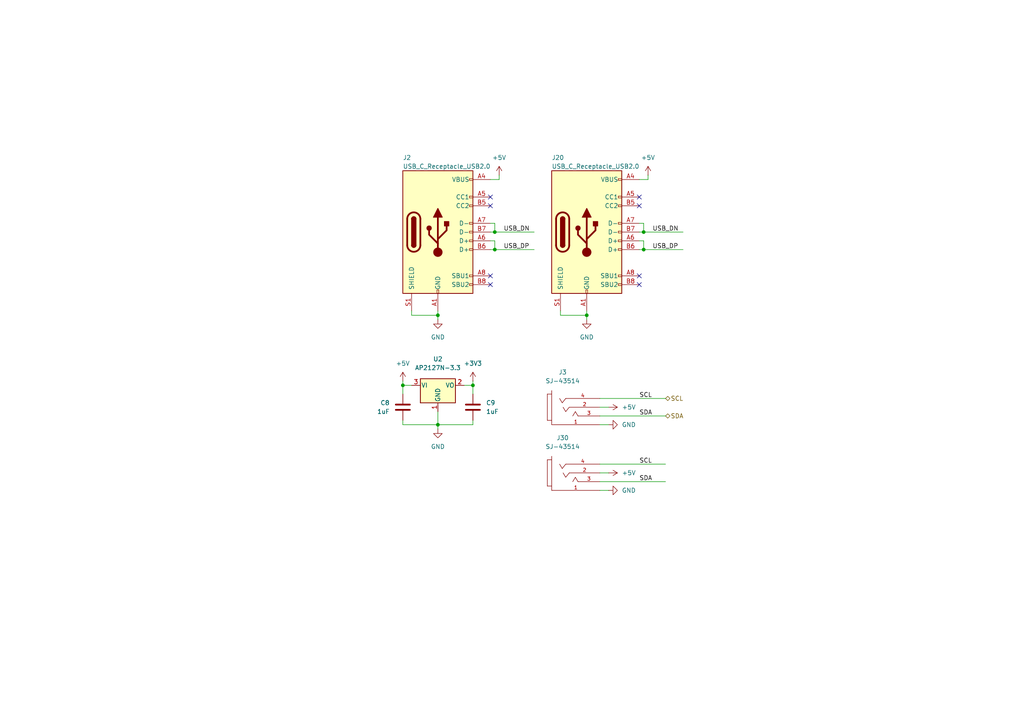
<source format=kicad_sch>
(kicad_sch (version 20231120) (generator "eeschema") (generator_version "8.0")
  (paper "A4")
  (lib_symbols
    (symbol "Conn_CUI_SJ-4351:SJ-43514" (pin_names (offset 0))
      (property "Reference" "J" (at 0 5.08 0))
      (property "Value" "SJ-43514" (at 0 7.62 0))
      (symbol "SJ-43514_1_1"
        (polyline (pts (xy -17.78 -6.35) (xy -16.51 -6.35)))
        (polyline (pts (xy -17.78 1.27) (xy -17.78 -6.35)))
        (polyline (pts (xy -16.51 1.27) (xy -17.78 1.27)))
        (polyline (pts (xy -16.51 2.286) (xy -16.51 -7.62)))
        (polyline (pts (xy -14.224 0) (xy -13.462 -1.27)))
        (polyline (pts (xy -13.462 -1.27) (xy -12.446 0)))
        (polyline (pts (xy -12.446 -3.81) (xy -13.208 -2.54)))
        (polyline (pts (xy -11.43 -2.54) (xy -12.446 -3.81)))
        (polyline (pts (xy -10.414 -5.08) (xy -9.652 -3.81)))
        (polyline (pts (xy -9.652 -3.81) (xy -8.89 -5.08)))
        (pin unspecified line (at -2.54 -7.62 180) (length 13.97) (name "Sleeve") (number "1"))
        (pin unspecified line (at -2.54 -2.54 180) (length 8.89) (name "Tip") (number "2"))
        (pin unspecified line (at -2.54 -5.08 180) (length 6.35) (name "Ring1") (number "3"))
        (pin unspecified line (at -2.54 0 180) (length 9.906) (name "Ring2") (number "4"))
      )
    )
    (symbol "Connector:USB_C_Receptacle_USB2.0_16P" (pin_names (offset 1.016))
      (property "Reference" "J" (at 0 22.225 0))
      (property "Value" "USB_C_Receptacle_USB2.0_16P" (at 0 19.685 0))
      (symbol "USB_C_Receptacle_USB2.0_16P_0_0"
        (rectangle (start -0.254 -17.78) (end 0.254 -16.764))
        (rectangle (start 10.16 -14.986) (end 9.144 -15.494))
        (rectangle (start 10.16 -12.446) (end 9.144 -12.954))
        (rectangle (start 10.16 -4.826) (end 9.144 -5.334))
        (rectangle (start 10.16 -2.286) (end 9.144 -2.794))
        (rectangle (start 10.16 0.254) (end 9.144 -0.254))
        (rectangle (start 10.16 2.794) (end 9.144 2.286))
        (rectangle (start 10.16 7.874) (end 9.144 7.366))
        (rectangle (start 10.16 10.414) (end 9.144 9.906))
        (rectangle (start 10.16 15.494) (end 9.144 14.986))
      )
      (symbol "USB_C_Receptacle_USB2.0_16P_0_1"
        (rectangle (start -10.16 17.78) (end 10.16 -17.78) (stroke (width 0.254)) (fill (type background)))
        (arc (start -8.89 -3.81) (mid -6.985 -5.7067) (end -5.08 -3.81) (stroke (width 0.508)))
        (arc (start -7.62 -3.81) (mid -6.985 -4.4423) (end -6.35 -3.81) (stroke (width 0.254)))
        (arc (start -7.62 -3.81) (mid -6.985 -4.4423) (end -6.35 -3.81) (stroke (width 0.254)) (fill (type outline)))
        (rectangle (start -7.62 -3.81) (end -6.35 3.81) (stroke (width 0.254)) (fill (type outline)))
        (arc (start -6.35 3.81) (mid -6.985 4.4423) (end -7.62 3.81) (stroke (width 0.254)))
        (arc (start -6.35 3.81) (mid -6.985 4.4423) (end -7.62 3.81) (stroke (width 0.254)) (fill (type outline)))
        (arc (start -5.08 3.81) (mid -6.985 5.7067) (end -8.89 3.81) (stroke (width 0.508)))
        (circle (center -2.54 1.143) (radius 0.635) (stroke (width 0.254)) (fill (type outline)))
        (circle (center 0 -5.842) (radius 1.27) (fill (type outline)))
        (polyline (pts (xy -8.89 -3.81) (xy -8.89 3.81)) (stroke (width 0.508)))
        (polyline (pts (xy -5.08 3.81) (xy -5.08 -3.81)) (stroke (width 0.508)))
        (polyline (pts (xy 0 -5.842) (xy 0 4.318)) (stroke (width 0.508)))
        (polyline (pts (xy 0 -3.302) (xy -2.54 -0.762) (xy -2.54 0.508)) (stroke (width 0.508)))
        (polyline (pts (xy 0 -2.032) (xy 2.54 0.508) (xy 2.54 1.778)) (stroke (width 0.508)))
        (polyline (pts (xy -1.27 4.318) (xy 0 6.858) (xy 1.27 4.318) (xy -1.27 4.318)) (stroke (width 0.254)) (fill (type outline)))
        (rectangle (start 1.905 1.778) (end 3.175 3.048) (stroke (width 0.254)) (fill (type outline)))
      )
      (symbol "USB_C_Receptacle_USB2.0_16P_1_1"
        (pin passive line (at 0 -22.86 90) (length 5.08) (name "GND") (number "A1"))
        (pin passive line (at 0 -22.86 90) (length 5.08) hide (name "GND") (number "A12"))
        (pin passive line (at 15.24 15.24 180) (length 5.08) (name "VBUS") (number "A4"))
        (pin bidirectional line (at 15.24 10.16 180) (length 5.08) (name "CC1") (number "A5"))
        (pin bidirectional line (at 15.24 -2.54 180) (length 5.08) (name "D+") (number "A6"))
        (pin bidirectional line (at 15.24 2.54 180) (length 5.08) (name "D-") (number "A7"))
        (pin bidirectional line (at 15.24 -12.7 180) (length 5.08) (name "SBU1") (number "A8"))
        (pin passive line (at 15.24 15.24 180) (length 5.08) hide (name "VBUS") (number "A9"))
        (pin passive line (at 0 -22.86 90) (length 5.08) hide (name "GND") (number "B1"))
        (pin passive line (at 0 -22.86 90) (length 5.08) hide (name "GND") (number "B12"))
        (pin passive line (at 15.24 15.24 180) (length 5.08) hide (name "VBUS") (number "B4"))
        (pin bidirectional line (at 15.24 7.62 180) (length 5.08) (name "CC2") (number "B5"))
        (pin bidirectional line (at 15.24 -5.08 180) (length 5.08) (name "D+") (number "B6"))
        (pin bidirectional line (at 15.24 0 180) (length 5.08) (name "D-") (number "B7"))
        (pin bidirectional line (at 15.24 -15.24 180) (length 5.08) (name "SBU2") (number "B8"))
        (pin passive line (at 15.24 15.24 180) (length 5.08) hide (name "VBUS") (number "B9"))
        (pin passive line (at -7.62 -22.86 90) (length 5.08) (name "SHIELD") (number "S1"))
      )
    )
    (symbol "Device:C" (pin_numbers hide) (pin_names (offset 0.254))
      (property "Reference" "C" (at 0.635 2.54 0))
      (property "Value" "C" (at 0.635 -2.54 0))
      (symbol "C_0_1"
        (polyline (pts (xy -2.032 -0.762) (xy 2.032 -0.762)) (stroke (width 0.508)))
        (polyline (pts (xy -2.032 0.762) (xy 2.032 0.762)) (stroke (width 0.508)))
      )
      (symbol "C_1_1"
        (pin passive line (at 0 3.81 270) (length 2.794) (name "~") (number "1"))
        (pin passive line (at 0 -3.81 90) (length 2.794) (name "~") (number "2"))
      )
    )
    (symbol "Regulator_Linear:AP2127N-3.3" (pin_names (offset 0.254))
      (property "Reference" "U" (at -3.81 3.175 0))
      (property "Value" "AP2127N-3.3" (at 0 3.175 0))
      (symbol "AP2127N-3.3_0_1"
        (rectangle (start -5.08 1.905) (end 5.08 -5.08) (stroke (width 0.254)) (fill (type background)))
      )
      (symbol "AP2127N-3.3_1_1"
        (pin power_in line (at 0 -7.62 90) (length 2.54) (name "GND") (number "1"))
        (pin power_out line (at 7.62 0 180) (length 2.54) (name "VO") (number "2"))
        (pin power_in line (at -7.62 0 0) (length 2.54) (name "VI") (number "3"))
      )
    )
    (symbol "power:+3V3" (power) (pin_numbers hide) (pin_names (offset 0) hide)
      (property "Value" "+3V3" (at 0 3.556 0))
      (symbol "+3V3_0_1"
        (polyline (pts (xy -0.762 1.27) (xy 0 2.54)))
        (polyline (pts (xy 0 0) (xy 0 2.54)))
        (polyline (pts (xy 0 2.54) (xy 0.762 1.27)))
      )
      (symbol "+3V3_1_1"
        (pin power_in line (at 0 0 90) (length 0) (name "~") (number "1"))
      )
    )
    (symbol "power:+5V" (power) (pin_numbers hide) (pin_names (offset 0) hide)
      (property "Value" "+5V" (at 0 3.556 0))
      (symbol "+5V_0_1"
        (polyline (pts (xy -0.762 1.27) (xy 0 2.54)))
        (polyline (pts (xy 0 0) (xy 0 2.54)))
        (polyline (pts (xy 0 2.54) (xy 0.762 1.27)))
      )
      (symbol "+5V_1_1"
        (pin power_in line (at 0 0 90) (length 0) (name "~") (number "1"))
      )
    )
    (symbol "power:GND" (power) (pin_numbers hide) (pin_names (offset 0) hide)
      (property "Value" "GND" (at 0 -3.81 0))
      (symbol "GND_0_1"
        (polyline (pts (xy 0 0) (xy 0 -1.27) (xy 1.27 -1.27) (xy 0 -2.54) (xy -1.27 -1.27) (xy 0 -1.27)))
      )
      (symbol "GND_1_1"
        (pin power_in line (at 0 0 270) (length 0) (name "~") (number "1"))
      )
    )
  )
  (junction (at 137.16 111.76))
  (junction (at 186.69 72.39))
  (junction (at 143.51 72.39))
  (junction (at 170.18 91.44))
  (junction (at 127 91.44))
  (junction (at 116.84 111.76))
  (junction (at 186.69 67.31))
  (junction (at 127 123.19))
  (junction (at 143.51 67.31))
  (no_connect (at 185.42 80.01))
  (no_connect (at 142.24 80.01))
  (no_connect (at 142.24 59.69))
  (no_connect (at 185.42 82.55))
  (no_connect (at 142.24 82.55))
  (no_connect (at 185.42 59.69))
  (no_connect (at 142.24 57.15))
  (no_connect (at 185.42 57.15))
  (wire (pts (xy 127 123.19) (xy 127 124.46)))
  (wire (pts (xy 137.16 111.76) (xy 137.16 114.3)))
  (wire (pts (xy 185.42 69.85) (xy 186.69 69.85)))
  (wire (pts (xy 186.69 69.85) (xy 186.69 72.39)))
  (wire (pts (xy 127 119.38) (xy 127 123.19)))
  (wire (pts (xy 170.18 91.44) (xy 162.56 91.44)))
  (wire (pts (xy 137.16 110.49) (xy 137.16 111.76)))
  (wire (pts (xy 185.42 52.07) (xy 187.96 52.07)))
  (wire (pts (xy 143.51 72.39) (xy 154.94 72.39)))
  (wire (pts (xy 143.51 69.85) (xy 143.51 72.39)))
  (wire (pts (xy 127 91.44) (xy 119.38 91.44)))
  (wire (pts (xy 116.84 123.19) (xy 127 123.19)))
  (wire (pts (xy 186.69 67.31) (xy 198.12 67.31)))
  (wire (pts (xy 185.42 64.77) (xy 186.69 64.77)))
  (wire (pts (xy 142.24 72.39) (xy 143.51 72.39)))
  (wire (pts (xy 144.78 50.8) (xy 144.78 52.07)))
  (wire (pts (xy 186.69 64.77) (xy 186.69 67.31)))
  (wire (pts (xy 116.84 121.92) (xy 116.84 123.19)))
  (wire (pts (xy 187.96 50.8) (xy 187.96 52.07)))
  (wire (pts (xy 173.99 134.62) (xy 193.04 134.62)))
  (wire (pts (xy 116.84 111.76) (xy 119.38 111.76)))
  (wire (pts (xy 173.99 139.7) (xy 193.04 139.7)))
  (wire (pts (xy 127 123.19) (xy 137.16 123.19)))
  (wire (pts (xy 185.42 72.39) (xy 186.69 72.39)))
  (wire (pts (xy 116.84 111.76) (xy 116.84 114.3)))
  (wire (pts (xy 170.18 90.17) (xy 170.18 91.44)))
  (wire (pts (xy 137.16 123.19) (xy 137.16 121.92)))
  (wire (pts (xy 170.18 91.44) (xy 170.18 92.71)))
  (wire (pts (xy 143.51 67.31) (xy 154.94 67.31)))
  (wire (pts (xy 142.24 52.07) (xy 144.78 52.07)))
  (wire (pts (xy 127 90.17) (xy 127 91.44)))
  (wire (pts (xy 119.38 91.44) (xy 119.38 90.17)))
  (wire (pts (xy 142.24 67.31) (xy 143.51 67.31)))
  (wire (pts (xy 186.69 72.39) (xy 198.12 72.39)))
  (wire (pts (xy 173.99 123.19) (xy 176.53 123.19)))
  (wire (pts (xy 173.99 118.11) (xy 176.53 118.11)))
  (wire (pts (xy 142.24 64.77) (xy 143.51 64.77)))
  (wire (pts (xy 143.51 64.77) (xy 143.51 67.31)))
  (wire (pts (xy 173.99 115.57) (xy 193.04 115.57)))
  (wire (pts (xy 116.84 110.49) (xy 116.84 111.76)))
  (wire (pts (xy 173.99 142.24) (xy 176.53 142.24)))
  (wire (pts (xy 162.56 91.44) (xy 162.56 90.17)))
  (wire (pts (xy 127 91.44) (xy 127 92.71)))
  (wire (pts (xy 173.99 120.65) (xy 193.04 120.65)))
  (wire (pts (xy 142.24 69.85) (xy 143.51 69.85)))
  (wire (pts (xy 137.16 111.76) (xy 134.62 111.76)))
  (wire (pts (xy 173.99 137.16) (xy 176.53 137.16)))
  (wire (pts (xy 185.42 67.31) (xy 186.69 67.31)))
  (label "SCL" (at 185.42 134.62 0))
  (label "SDA" (at 185.42 120.65 0))
  (label "USB_DN" (at 146.05 67.31 0))
  (label "SDA" (at 185.42 139.7 0))
  (label "USB_DP" (at 189.23 72.39 0))
  (label "USB_DP" (at 146.05 72.39 0))
  (label "SCL" (at 185.42 115.57 0))
  (label "USB_DN" (at 189.23 67.31 0))
  (hierarchical_label "SCL" (shape bidirectional) (at 193.04 115.57 0))
  (hierarchical_label "SDA" (shape bidirectional) (at 193.04 120.65 0))
  (symbol (lib_id "Device:C") (at 137.16 118.11 0) (unit 1)
    (property "Reference" "C9" (at 140.97 116.8399 0) (effects (justify left)))
    (property "Value" "1uF" (at 140.97 119.3799 0) (effects (justify left)))
    (property "Footprint" "Capacitor_SMD:C_0603_1608Metric" (effects (hide yes)))
    (property "Description" "Unpolarized capacitor" (effects (hide yes)))
  )
  (symbol (lib_id "Connector:USB_C_Receptacle_USB2.0_16P") (at 170.18 67.31 0) (unit 1)
    (property "Reference" "J20" (at 160.02 45.72 0) (effects (justify left)))
    (property "Value" "USB_C_Receptacle_USB2.0" (at 160.02 48.26 0) (effects (justify left)))
    (property "Footprint" "Connector_USB:USB_C_Receptacle_JAE_DX07S016JA1R1500" (effects (hide yes)))
    (property "Datasheet" "https://www.usb.org/sites/default/files/documents/usb_type-c.zip" (effects (hide yes)))
    (property "Description" "USB 2.0-only 16P Type-C Receptacle connector" (effects (hide yes)))
  )
  (symbol (lib_id "power:+3V3") (at 176.53 118.11 270) (unit 1)
    (property "Reference" "#PWR011" (effects (hide yes)))
    (property "Value" "+5V" (at 180.34 118.1099 90) (effects (justify left)))
    (property "Description" "Power symbol creates a global label with name \"+3V3\"" (effects (hide yes)))
  )
  (symbol (lib_id "power:+3V3") (at 176.53 137.16 270) (unit 1)
    (property "Reference" "#PWR013" (effects (hide yes)))
    (property "Value" "+5V" (at 180.34 137.1599 90) (effects (justify left)))
    (property "Description" "Power symbol creates a global label with name \"+3V3\"" (effects (hide yes)))
  )
  (symbol (lib_id "Conn_CUI_SJ-4351:SJ-43514") (at 176.53 134.62 0) (unit 1)
    (property "Reference" "J30" (at 163.195 127 0))
    (property "Value" "SJ-43514" (at 163.195 129.54 0))
    (property "Footprint" "Conn_CUI_SJ-4351:CUI-SJ-43514-SMT-0" (effects (hide yes)))
    (property "Datasheet" "https://upverter.com/datasheet/d56e76d76d7dc19eaf6077959b307d240769da14.pdf" (effects (hide yes)))
    (property "Description" "SJ-43514" (effects (hide yes)))
    (property "category" "Conn" (effects (hide yes)))
    (property "digikey description" "CONN JACK 4COND 3.5MM R/A" (effects (hide yes)))
    (property "digikey part number" "CP-43514-ND" (effects (hide yes)))
    (property "lead free" "yes" (effects (hide yes)))
    (property "library id" "912d6c46ddf0da3b" (effects (hide yes)))
    (property "manufacturer" "CUI" (effects (hide yes)))
    (property "mounting type" "through hole" (effects (hide yes)))
    (property "mouser part number" "490-SJ-43514" (effects (hide yes)))
    (property "num pins" "4" (effects (hide yes)))
    (property "octopart part number" "fbbe32b7b48b2479" (effects (hide yes)))
    (property "package" "CONNECTOR" (effects (hide yes)))
    (property "rohs" "yes" (effects (hide yes)))
    (property "temperature range high" "+85°C" (effects (hide yes)))
    (property "temperature range low" "-25°C" (effects (hide yes)))
    (property "color" "Black" (effects (hide yes)))
    (property "gender" "Female" (effects (hide yes)))
    (property "lifecycle status" "Active" (effects (hide yes)))
    (property "mounting angle" "90 °" (effects (hide yes)))
    (property "size diameter" "3.5 mm" (effects (hide yes)))
  )
  (symbol (lib_id "power:+5V") (at 116.84 110.49 0) (unit 1)
    (property "Reference" "#PWR01" (effects (hide yes)))
    (property "Value" "+5V" (at 116.84 105.41 0))
    (property "Description" "Power symbol creates a global label with name \"+5V\"" (effects (hide yes)))
  )
  (symbol (lib_id "Conn_CUI_SJ-4351:SJ-43514") (at 176.53 115.57 0) (unit 1)
    (property "Reference" "J3" (at 163.195 107.95 0))
    (property "Value" "SJ-43514" (at 163.195 110.49 0))
    (property "Footprint" "Conn_CUI_SJ-4351:CUI-SJ-43514-SMT-0" (effects (hide yes)))
    (property "Datasheet" "https://upverter.com/datasheet/d56e76d76d7dc19eaf6077959b307d240769da14.pdf" (effects (hide yes)))
    (property "Description" "SJ-43514" (effects (hide yes)))
    (property "category" "Conn" (effects (hide yes)))
    (property "digikey description" "CONN JACK 4COND 3.5MM R/A" (effects (hide yes)))
    (property "digikey part number" "CP-43514-ND" (effects (hide yes)))
    (property "lead free" "yes" (effects (hide yes)))
    (property "library id" "912d6c46ddf0da3b" (effects (hide yes)))
    (property "manufacturer" "CUI" (effects (hide yes)))
    (property "mounting type" "through hole" (effects (hide yes)))
    (property "mouser part number" "490-SJ-43514" (effects (hide yes)))
    (property "num pins" "4" (effects (hide yes)))
    (property "octopart part number" "fbbe32b7b48b2479" (effects (hide yes)))
    (property "package" "CONNECTOR" (effects (hide yes)))
    (property "rohs" "yes" (effects (hide yes)))
    (property "temperature range high" "+85°C" (effects (hide yes)))
    (property "temperature range low" "-25°C" (effects (hide yes)))
    (property "color" "Black" (effects (hide yes)))
    (property "gender" "Female" (effects (hide yes)))
    (property "lifecycle status" "Active" (effects (hide yes)))
    (property "mounting angle" "90 °" (effects (hide yes)))
    (property "size diameter" "3.5 mm" (effects (hide yes)))
  )
  (symbol (lib_id "power:GND") (at 127 124.46 0) (unit 1)
    (property "Reference" "#PWR05" (effects (hide yes)))
    (property "Value" "GND" (at 127 129.54 0))
    (property "Description" "Power symbol creates a global label with name \"GND\" , ground" (effects (hide yes)))
  )
  (symbol (lib_id "Regulator_Linear:AP2127N-3.3") (at 127 111.76 0) (unit 1)
    (property "Reference" "U2" (at 127 104.14 0))
    (property "Value" "AP2127N-3.3" (at 127 106.68 0))
    (property "Footprint" "Package_TO_SOT_SMD:SOT-23" (effects (hide yes)))
    (property "Datasheet" "https://www.diodes.com/assets/Datasheets/AP2127.pdf" (effects (hide yes)))
    (property "Description" "300mA low dropout linear regulator, shutdown pin, 2.5V-6V input voltage, 3.3V fixed positive output, SOT-23 package" (effects (hide yes)))
  )
  (symbol (lib_id "power:GND") (at 176.53 123.19 90) (unit 1)
    (property "Reference" "#PWR012" (effects (hide yes)))
    (property "Value" "GND" (at 180.34 123.1899 90) (effects (justify right)))
    (property "Description" "Power symbol creates a global label with name \"GND\" , ground" (effects (hide yes)))
  )
  (symbol (lib_id "power:GND") (at 127 92.71 0) (unit 1)
    (property "Reference" "#PWR04" (effects (hide yes)))
    (property "Value" "GND" (at 127 97.79 0))
    (property "Description" "Power symbol creates a global label with name \"GND\" , ground" (effects (hide yes)))
  )
  (symbol (lib_id "power:GND") (at 170.18 92.71 0) (unit 1)
    (property "Reference" "#PWR010" (effects (hide yes)))
    (property "Value" "GND" (at 170.18 97.79 0))
    (property "Description" "Power symbol creates a global label with name \"GND\" , ground" (effects (hide yes)))
  )
  (symbol (lib_id "Device:C") (at 116.84 118.11 0) (unit 1)
    (property "Reference" "C8" (at 113.03 116.84 0) (effects (justify right)))
    (property "Value" "1uF" (at 113.03 119.38 0) (effects (justify right)))
    (property "Footprint" "Capacitor_SMD:C_0603_1608Metric" (effects (hide yes)))
    (property "Description" "Unpolarized capacitor" (effects (hide yes)))
  )
  (symbol (lib_id "power:+5V") (at 187.96 50.8 0) (unit 1)
    (property "Reference" "#PWR015" (effects (hide yes)))
    (property "Value" "+5V" (at 187.96 45.72 0))
    (property "Description" "Power symbol creates a global label with name \"+5V\"" (effects (hide yes)))
  )
  (symbol (lib_id "Connector:USB_C_Receptacle_USB2.0_16P") (at 127 67.31 0) (unit 1)
    (property "Reference" "J2" (at 116.84 45.72 0) (effects (justify left)))
    (property "Value" "USB_C_Receptacle_USB2.0" (at 116.84 48.26 0) (effects (justify left)))
    (property "Footprint" "Connector_USB:USB_C_Receptacle_JAE_DX07S016JA1R1500" (effects (hide yes)))
    (property "Datasheet" "https://www.usb.org/sites/default/files/documents/usb_type-c.zip" (effects (hide yes)))
    (property "Description" "USB 2.0-only 16P Type-C Receptacle connector" (effects (hide yes)))
  )
  (symbol (lib_id "power:GND") (at 176.53 142.24 90) (unit 1)
    (property "Reference" "#PWR014" (effects (hide yes)))
    (property "Value" "GND" (at 180.34 142.2399 90) (effects (justify right)))
    (property "Description" "Power symbol creates a global label with name \"GND\" , ground" (effects (hide yes)))
  )
  (symbol (lib_id "power:+5V") (at 144.78 50.8 0) (unit 1)
    (property "Reference" "#PWR09" (effects (hide yes)))
    (property "Value" "+5V" (at 144.78 45.72 0))
    (property "Description" "Power symbol creates a global label with name \"+5V\"" (effects (hide yes)))
  )
  (symbol (lib_id "power:+3V3") (at 137.16 110.49 0) (unit 1)
    (property "Reference" "#PWR08" (effects (hide yes)))
    (property "Value" "+3V3" (at 137.16 105.41 0))
    (property "Description" "Power symbol creates a global label with name \"+3V3\"" (effects (hide yes)))
  )
)
</source>
